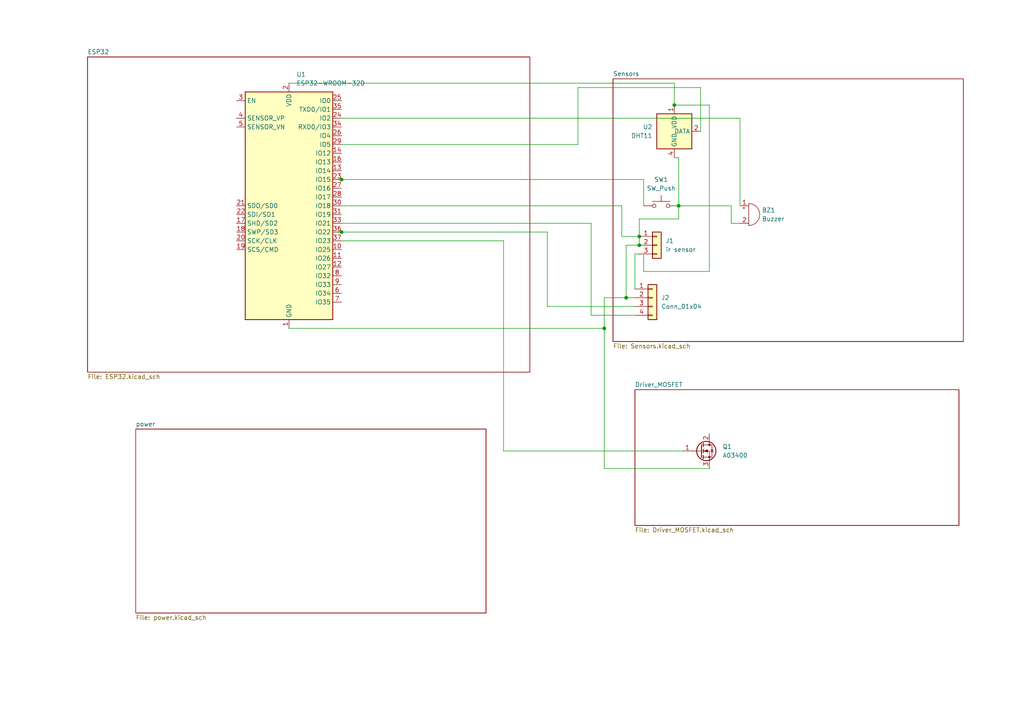
<source format=kicad_sch>
(kicad_sch (version 20250114) (generator "eeschema") (generator_version "9.0")
  (paper "A4")
  (lib_symbols
    (symbol "Connector_Generic:Conn_01x03" (pin_names (offset 1.016) (hide yes))
      (property "Reference" "J" (at 0 5.08 0))
      (property "Value" "Conn_01x03" (at 0 -5.08 0))
      (symbol "Conn_01x03_1_1"
        (rectangle (start -1.27 3.81) (end 1.27 -3.81) (stroke (width 0.254)) (fill (type background)))
        (rectangle (start -1.27 2.667) (end 0 2.413) (stroke (width 0.1524)))
        (rectangle (start -1.27 0.127) (end 0 -0.127) (stroke (width 0.1524)))
        (rectangle (start -1.27 -2.413) (end 0 -2.667) (stroke (width 0.1524)))
        (pin passive line (at -5.08 2.54 0) (length 3.81) (name "Pin_1") (number "1"))
        (pin passive line (at -5.08 0 0) (length 3.81) (name "Pin_2") (number "2"))
        (pin passive line (at -5.08 -2.54 0) (length 3.81) (name "Pin_3") (number "3"))
      )
    )
    (symbol "Connector_Generic:Conn_01x04" (pin_names (offset 1.016) (hide yes))
      (property "Reference" "J" (at 0 5.08 0))
      (property "Value" "Conn_01x04" (at 0 -7.62 0))
      (symbol "Conn_01x04_1_1"
        (rectangle (start -1.27 3.81) (end 1.27 -6.35) (stroke (width 0.254)) (fill (type background)))
        (rectangle (start -1.27 2.667) (end 0 2.413) (stroke (width 0.1524)))
        (rectangle (start -1.27 0.127) (end 0 -0.127) (stroke (width 0.1524)))
        (rectangle (start -1.27 -2.413) (end 0 -2.667) (stroke (width 0.1524)))
        (rectangle (start -1.27 -4.953) (end 0 -5.207) (stroke (width 0.1524)))
        (pin passive line (at -5.08 2.54 0) (length 3.81) (name "Pin_1") (number "1"))
        (pin passive line (at -5.08 0 0) (length 3.81) (name "Pin_2") (number "2"))
        (pin passive line (at -5.08 -2.54 0) (length 3.81) (name "Pin_3") (number "3"))
        (pin passive line (at -5.08 -5.08 0) (length 3.81) (name "Pin_4") (number "4"))
      )
    )
    (symbol "Device:Buzzer" (pin_names (offset 0.0254) (hide yes))
      (property "Reference" "BZ" (at 3.81 1.27 0))
      (property "Value" "Buzzer" (at 3.81 -1.27 0))
      (symbol "Buzzer_0_1"
        (polyline (pts (xy -1.651 1.905) (xy -1.143 1.905)))
        (polyline (pts (xy -1.397 2.159) (xy -1.397 1.651)))
        (arc (start 0 3.175) (mid 3.1612 0) (end 0 -3.175))
        (polyline (pts (xy 0 3.175) (xy 0 -3.175)))
      )
      (symbol "Buzzer_1_1"
        (pin passive line (at -2.54 2.54 0) (length 2.54) (name "+") (number "1"))
        (pin passive line (at -2.54 -2.54 0) (length 2.54) (name "-") (number "2"))
      )
    )
    (symbol "RF_Module:ESP32-WROOM-32D"
      (property "Reference" "U" (at -12.7 34.29 0))
      (property "Value" "ESP32-WROOM-32D" (at 1.27 34.29 0))
      (symbol "ESP32-WROOM-32D_0_1"
        (rectangle (start -12.7 33.02) (end 12.7 -33.02) (stroke (width 0.254)) (fill (type background)))
      )
      (symbol "ESP32-WROOM-32D_1_1"
        (pin input line (at -15.24 30.48 0) (length 2.54) (name "EN") (number "3"))
        (pin input line (at -15.24 25.4 0) (length 2.54) (name "SENSOR_VP") (number "4"))
        (pin input line (at -15.24 22.86 0) (length 2.54) (name "SENSOR_VN") (number "5"))
        (pin bidirectional line (at -15.24 0 0) (length 2.54) (name "SDO/SD0") (number "21"))
        (pin bidirectional line (at -15.24 -2.54 0) (length 2.54) (name "SDI/SD1") (number "22"))
        (pin bidirectional line (at -15.24 -5.08 0) (length 2.54) (name "SHD/SD2") (number "17"))
        (pin bidirectional line (at -15.24 -7.62 0) (length 2.54) (name "SWP/SD3") (number "18"))
        (pin bidirectional line (at -15.24 -10.16 0) (length 2.54) (name "SCK/CLK") (number "20"))
        (pin bidirectional line (at -15.24 -12.7 0) (length 2.54) (name "SCS/CMD") (number "19"))
        (pin no_connect line (at -12.7 -27.94 0) (length 2.54) (hide yes) (name "NC") (number "32"))
        (pin power_in line (at 0 35.56 270) (length 2.54) (name "VDD") (number "2"))
        (pin power_in line (at 0 -35.56 90) (length 2.54) (name "GND") (number "1"))
        (pin passive line (at 0 -35.56 90) (length 2.54) (hide yes) (name "GND") (number "15"))
        (pin passive line (at 0 -35.56 90) (length 2.54) (hide yes) (name "GND") (number "38"))
        (pin passive line (at 0 -35.56 90) (length 2.54) (hide yes) (name "GND") (number "39"))
        (pin bidirectional line (at 15.24 30.48 180) (length 2.54) (name "IO0") (number "25"))
        (pin bidirectional line (at 15.24 27.94 180) (length 2.54) (name "TXD0/IO1") (number "35"))
        (pin bidirectional line (at 15.24 25.4 180) (length 2.54) (name "IO2") (number "24"))
        (pin bidirectional line (at 15.24 22.86 180) (length 2.54) (name "RXD0/IO3") (number "34"))
        (pin bidirectional line (at 15.24 20.32 180) (length 2.54) (name "IO4") (number "26"))
        (pin bidirectional line (at 15.24 17.78 180) (length 2.54) (name "IO5") (number "29"))
        (pin bidirectional line (at 15.24 15.24 180) (length 2.54) (name "IO12") (number "14"))
        (pin bidirectional line (at 15.24 12.7 180) (length 2.54) (name "IO13") (number "16"))
        (pin bidirectional line (at 15.24 10.16 180) (length 2.54) (name "IO14") (number "13"))
        (pin bidirectional line (at 15.24 7.62 180) (length 2.54) (name "IO15") (number "23"))
        (pin bidirectional line (at 15.24 5.08 180) (length 2.54) (name "IO16") (number "27"))
        (pin bidirectional line (at 15.24 2.54 180) (length 2.54) (name "IO17") (number "28"))
        (pin bidirectional line (at 15.24 0 180) (length 2.54) (name "IO18") (number "30"))
        (pin bidirectional line (at 15.24 -2.54 180) (length 2.54) (name "IO19") (number "31"))
        (pin bidirectional line (at 15.24 -5.08 180) (length 2.54) (name "IO21") (number "33"))
        (pin bidirectional line (at 15.24 -7.62 180) (length 2.54) (name "IO22") (number "36"))
        (pin bidirectional line (at 15.24 -10.16 180) (length 2.54) (name "IO23") (number "37"))
        (pin bidirectional line (at 15.24 -12.7 180) (length 2.54) (name "IO25") (number "10"))
        (pin bidirectional line (at 15.24 -15.24 180) (length 2.54) (name "IO26") (number "11"))
        (pin bidirectional line (at 15.24 -17.78 180) (length 2.54) (name "IO27") (number "12"))
        (pin bidirectional line (at 15.24 -20.32 180) (length 2.54) (name "IO32") (number "8"))
        (pin bidirectional line (at 15.24 -22.86 180) (length 2.54) (name "IO33") (number "9"))
        (pin input line (at 15.24 -25.4 180) (length 2.54) (name "IO34") (number "6"))
        (pin input line (at 15.24 -27.94 180) (length 2.54) (name "IO35") (number "7"))
      )
    )
    (symbol "Sensor:DHT11"
      (property "Reference" "U" (at -3.81 6.35 0))
      (property "Value" "DHT11" (at 3.81 6.35 0))
      (symbol "DHT11_0_1"
        (rectangle (start -5.08 5.08) (end 5.08 -5.08) (stroke (width 0.254)) (fill (type background)))
      )
      (symbol "DHT11_1_1"
        (pin no_connect line (at -5.08 0 0) (length 2.54) (hide yes) (name "NC") (number "3"))
        (pin power_in line (at 0 7.62 270) (length 2.54) (name "VDD") (number "1"))
        (pin power_in line (at 0 -7.62 90) (length 2.54) (name "GND") (number "4"))
        (pin bidirectional line (at 7.62 0 180) (length 2.54) (name "DATA") (number "2"))
      )
    )
    (symbol "Switch:SW_Push" (pin_numbers (hide yes)) (pin_names (offset 1.016) (hide yes))
      (property "Reference" "SW" (at 1.27 2.54 0))
      (property "Value" "SW_Push" (at 0 -1.524 0))
      (symbol "SW_Push_0_1"
        (circle (center -2.032 0) (radius 0.508))
        (polyline (pts (xy 0 1.27) (xy 0 3.048)))
        (circle (center 2.032 0) (radius 0.508))
        (polyline (pts (xy 2.54 1.27) (xy -2.54 1.27)))
        (pin passive line (at -5.08 0 0) (length 2.54) (name "1") (number "1"))
        (pin passive line (at 5.08 0 180) (length 2.54) (name "2") (number "2"))
      )
    )
    (symbol "Transistor_FET:Q_NMOS_GDS" (pin_names (offset 0) (hide yes))
      (property "Reference" "Q" (at 5.08 1.905 0))
      (property "Value" "Q_NMOS_GDS" (at 5.08 0 0))
      (symbol "Q_NMOS_GDS_0_1"
        (polyline (pts (xy 0.254 1.905) (xy 0.254 -1.905)) (stroke (width 0.254)))
        (polyline (pts (xy 0.254 0) (xy -2.54 0)))
        (polyline (pts (xy 0.762 2.286) (xy 0.762 1.27)) (stroke (width 0.254)))
        (polyline (pts (xy 0.762 0.508) (xy 0.762 -0.508)) (stroke (width 0.254)))
        (polyline (pts (xy 0.762 -1.27) (xy 0.762 -2.286)) (stroke (width 0.254)))
        (polyline (pts (xy 0.762 -1.778) (xy 3.302 -1.778) (xy 3.302 1.778) (xy 0.762 1.778)))
        (polyline (pts (xy 1.016 0) (xy 2.032 0.381) (xy 2.032 -0.381) (xy 1.016 0)) (fill (type outline)))
        (circle (center 1.651 0) (radius 2.794) (stroke (width 0.254)))
        (polyline (pts (xy 2.54 2.54) (xy 2.54 1.778)))
        (circle (center 2.54 1.778) (radius 0.254) (fill (type outline)))
        (circle (center 2.54 -1.778) (radius 0.254) (fill (type outline)))
        (polyline (pts (xy 2.54 -2.54) (xy 2.54 0) (xy 0.762 0)))
        (polyline (pts (xy 2.921 0.381) (xy 3.683 0.381)))
        (polyline (pts (xy 3.302 0.381) (xy 2.921 -0.254) (xy 3.683 -0.254) (xy 3.302 0.381)))
      )
      (symbol "Q_NMOS_GDS_1_1"
        (pin input line (at -5.08 0 0) (length 2.54) (name "G") (number "1"))
        (pin passive line (at 2.54 5.08 270) (length 2.54) (name "D") (number "2"))
        (pin passive line (at 2.54 -5.08 90) (length 2.54) (name "S") (number "3"))
      )
    )
  )
  (junction (at 195.58 30.48))
  (junction (at 99.06 67.31))
  (junction (at 99.06 52.07))
  (junction (at 181.61 86.36))
  (junction (at 175.26 95.25))
  (junction (at 185.42 68.58))
  (junction (at 185.42 71.12))
  (junction (at 196.85 59.69))
  (wire (pts (xy 83.82 95.25) (xy 175.26 95.25)))
  (wire (pts (xy 171.45 91.44) (xy 184.15 91.44)))
  (wire (pts (xy 99.06 67.31) (xy 158.75 67.31)))
  (wire (pts (xy 99.06 69.85) (xy 146.05 69.85)))
  (wire (pts (xy 99.06 41.91) (xy 167.64 41.91)))
  (wire (pts (xy 184.15 73.66) (xy 185.42 73.66)))
  (wire (pts (xy 194.31 59.69) (xy 196.85 59.69)))
  (wire (pts (xy 97.79 67.31) (xy 99.06 67.31)))
  (wire (pts (xy 203.2 25.4) (xy 203.2 38.1)))
  (wire (pts (xy 186.69 78.74) (xy 205.74 78.74)))
  (wire (pts (xy 181.61 86.36) (xy 184.15 86.36)))
  (wire (pts (xy 97.79 52.07) (xy 99.06 52.07)))
  (wire (pts (xy 196.85 45.72) (xy 195.58 45.72)))
  (wire (pts (xy 212.09 64.77) (xy 214.63 64.77)))
  (wire (pts (xy 205.74 30.48) (xy 195.58 30.48)))
  (wire (pts (xy 99.06 59.69) (xy 180.34 59.69)))
  (wire (pts (xy 205.74 78.74) (xy 205.74 30.48)))
  (wire (pts (xy 158.75 67.31) (xy 158.75 88.9)))
  (wire (pts (xy 83.82 24.13) (xy 195.58 24.13)))
  (wire (pts (xy 167.64 25.4) (xy 203.2 25.4)))
  (wire (pts (xy 196.85 63.5) (xy 196.85 59.69)))
  (wire (pts (xy 99.06 52.07) (xy 186.69 52.07)))
  (wire (pts (xy 185.42 71.12) (xy 181.61 71.12)))
  (wire (pts (xy 185.42 71.12) (xy 185.42 68.58)))
  (wire (pts (xy 175.26 86.36) (xy 181.61 86.36)))
  (wire (pts (xy 146.05 69.85) (xy 146.05 130.81)))
  (wire (pts (xy 185.42 68.58) (xy 185.42 63.5)))
  (wire (pts (xy 175.26 95.25) (xy 175.26 86.36)))
  (wire (pts (xy 212.09 59.69) (xy 212.09 64.77)))
  (wire (pts (xy 167.64 41.91) (xy 167.64 25.4)))
  (wire (pts (xy 186.69 52.07) (xy 186.69 59.69)))
  (wire (pts (xy 99.06 64.77) (xy 171.45 64.77)))
  (wire (pts (xy 146.05 130.81) (xy 198.12 130.81)))
  (wire (pts (xy 180.34 59.69) (xy 180.34 68.58)))
  (wire (pts (xy 175.26 135.89) (xy 175.26 95.25)))
  (wire (pts (xy 205.74 135.89) (xy 175.26 135.89)))
  (wire (pts (xy 214.63 34.29) (xy 214.63 59.69)))
  (wire (pts (xy 185.42 63.5) (xy 196.85 63.5)))
  (wire (pts (xy 196.85 59.69) (xy 212.09 59.69)))
  (wire (pts (xy 186.69 73.66) (xy 186.69 78.74)))
  (wire (pts (xy 158.75 88.9) (xy 184.15 88.9)))
  (wire (pts (xy 196.85 59.69) (xy 196.85 45.72)))
  (wire (pts (xy 180.34 68.58) (xy 185.42 68.58)))
  (wire (pts (xy 181.61 71.12) (xy 181.61 86.36)))
  (wire (pts (xy 195.58 24.13) (xy 195.58 30.48)))
  (wire (pts (xy 99.06 34.29) (xy 214.63 34.29)))
  (wire (pts (xy 184.15 83.82) (xy 184.15 73.66)))
  (wire (pts (xy 171.45 64.77) (xy 171.45 91.44)))
  (symbol (lib_id "RF_Module:ESP32-WROOM-32D") (at 83.82 59.69 0) (unit 1)
    (property "Reference" "U1" (at 85.9633 21.59 0) (effects (justify left)))
    (property "Value" "ESP32-WROOM-32D" (at 85.9633 24.13 0) (effects (justify left)))
    (property "Footprint" "RF_Module:ESP32-WROOM-32D" (effects (hide yes)))
    (property "Datasheet" "https://www.espressif.com/sites/default/files/documentation/esp32-wroom-32d_esp32-wroom-32u_datasheet_en.pdf" (effects (hide yes)))
    (property "Description" "RF Module, ESP32-D0WD SoC, Wi-Fi 802.11b/g/n, Bluetooth, BLE, 32-bit, 2.7-3.6V, onboard antenna, SMD" (effects (hide yes)))
  )
  (symbol (lib_id "Connector_Generic:Conn_01x03") (at 190.5 71.12 0) (unit 1)
    (property "Reference" "J1" (at 193.04 69.8499 0) (effects (justify left)))
    (property "Value" "ir sensor" (at 193.04 72.3899 0) (effects (justify left)))
    (property "Footprint" "Connector_PinHeader_2.54mm:PinHeader_1x03_P2.54mm_Horizontal" (effects (hide yes)))
    (property "Description" "Generic connector, single row, 01x03, script generated (kicad-library-utils/schlib/autogen/connector/)" (effects (hide yes)))
  )
  (symbol (lib_id "Transistor_FET:Q_NMOS_GDS") (at 203.2 130.81 0) (unit 1)
    (property "Reference" "Q1" (at 209.55 129.5399 0) (effects (justify left)))
    (property "Value" "A03400" (at 209.55 132.0799 0) (effects (justify left)))
    (property "Footprint" "Package_TO_SOT_THT:TO-220-3_Vertical" (effects (hide yes)))
    (property "Description" "N-MOSFET transistor, gate/drain/source" (effects (hide yes)))
  )
  (symbol (lib_id "Switch:SW_Push") (at 191.77 59.69 0) (unit 1)
    (property "Reference" "SW1" (at 191.77 52.07 0))
    (property "Value" "SW_Push" (at 191.77 54.61 0))
    (property "Footprint" "Button_Switch_THT:SW_PUSH_6mm" (effects (hide yes)))
    (property "Description" "Push button switch, generic, two pins" (effects (hide yes)))
  )
  (symbol (lib_id "Sensor:DHT11") (at 195.58 38.1 0) (unit 1)
    (property "Reference" "U2" (at 189.23 36.8299 0) (effects (justify right)))
    (property "Value" "DHT11" (at 189.23 39.3699 0) (effects (justify right)))
    (property "Footprint" "Sensor:Aosong_DHT11_5.5x12.0_P2.54mm" (effects (hide yes)))
    (property "Datasheet" "http://akizukidenshi.com/download/ds/aosong/DHT11.pdf" (effects (hide yes)))
    (property "Description" "3.3V to 5.5V, temperature and humidity module, DHT11" (effects (hide yes)))
  )
  (symbol (lib_id "Connector_Generic:Conn_01x04") (at 189.23 86.36 0) (unit 1)
    (property "Reference" "J2" (at 191.77 86.3599 0) (effects (justify left)))
    (property "Value" "Conn_01x04" (at 191.77 88.8999 0) (effects (justify left)))
    (property "Footprint" "Connector_PinHeader_2.54mm:PinHeader_1x04_P2.54mm_Horizontal" (effects (hide yes)))
    (property "Description" "Generic connector, single row, 01x04, script generated (kicad-library-utils/schlib/autogen/connector/)" (effects (hide yes)))
  )
  (symbol (lib_id "Device:Buzzer") (at 217.17 62.23 0) (unit 1)
    (property "Reference" "BZ1" (at 220.98 60.9599 0) (effects (justify left)))
    (property "Value" "Buzzer" (at 220.98 63.4999 0) (effects (justify left)))
    (property "Footprint" "Buzzer_Beeper:Buzzer_12x9.5RM7.6" (effects (hide yes)))
    (property "Description" "Buzzer, polarized" (effects (hide yes)))
  )
  (sheet (at 39.37 124.46) (size 101.6 53.34) (stroke (width 0.1524))
    (property "Sheetname" "power" (at 39.37 123.7484 0) (effects (justify left bottom)))
    (property "Sheetfile" "power.kicad_sch" (at 39.37 178.3846 0) (effects (justify left top)))
  )
  (sheet (at 177.8 22.86) (size 101.6 76.2) (stroke (width 0.1524))
    (property "Sheetname" "Sensors" (at 177.8 22.1484 0) (effects (justify left bottom)))
    (property "Sheetfile" "Sensors.kicad_sch" (at 177.8 99.6446 0) (effects (justify left top)))
  )
  (sheet (at 184.15 113.03) (size 93.98 39.37) (stroke (width 0.1524))
    (property "Sheetname" "Driver_MOSFET" (at 184.15 112.3184 0) (effects (justify left bottom)))
    (property "Sheetfile" "Driver_MOSFET.kicad_sch" (at 184.15 152.9846 0) (effects (justify left top)))
  )
  (sheet (at 25.4 16.51) (size 128.27 91.44) (stroke (width 0.1524))
    (property "Sheetname" "ESP32" (at 25.4 15.7984 0) (effects (justify left bottom)))
    (property "Sheetfile" "ESP32.kicad_sch" (at 25.4 108.5346 0) (effects (justify left top)))
  )
)
</source>
